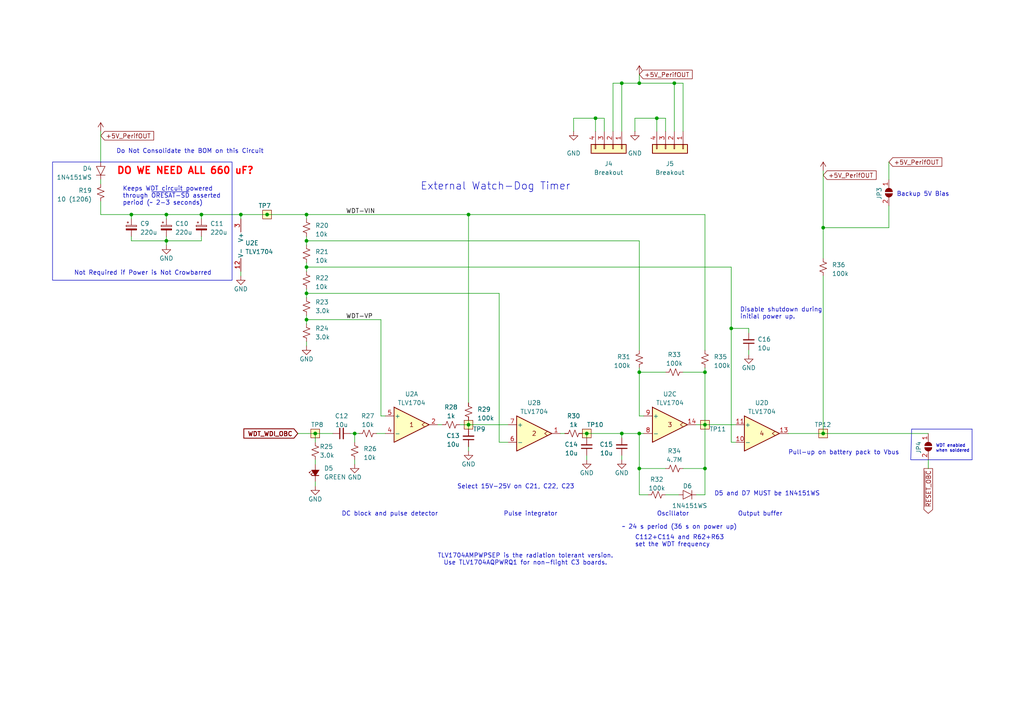
<source format=kicad_sch>
(kicad_sch (version 20231120) (generator "eeschema") (generator_version "8.0")
  (paper "A4")
  (lib_symbols
    (symbol "Connector_Generic:Conn_01x04" (pin_names (offset 1.016) hide)
      (property "Reference" "J" (at 0 5.08 0))
      (property "Value" "Conn_01x04" (at 0 -7.62 0))
      (symbol "Conn_01x04_1_1"
        (pin passive line (at -5.08 2.54 0) (length 3.81) (name "Pin_1") (number "1"))
        (pin passive line (at -5.08 0 0) (length 3.81) (name "Pin_2") (number "2"))
        (pin passive line (at -5.08 -2.54 0) (length 3.81) (name "Pin_3") (number "3"))
        (pin passive line (at -5.08 -5.08 0) (length 3.81) (name "Pin_4") (number "4"))
      )
    )
    (symbol "Device:C_Polarized_Small" (pin_numbers hide) (pin_names (offset 0.254) hide)
      (property "Reference" "C" (at 0.254 1.778 0))
      (property "Value" "C_Polarized_Small" (at 0.254 -2.032 0))
      (symbol "C_Polarized_Small_1_1"
        (pin passive line (at 0 2.54 270) (length 1.8542) (name "~") (number "1"))
        (pin passive line (at 0 -2.54 90) (length 1.8542) (name "~") (number "2"))
      )
    )
    (symbol "Device:C_Small" (pin_numbers hide) (pin_names (offset 0.254) hide)
      (property "Reference" "C" (at 0.254 1.778 0))
      (property "Value" "C_Small" (at 0.254 -2.032 0))
      (symbol "C_Small_1_1"
        (pin passive line (at 0 2.54 270) (length 2.032) (name "~") (number "1"))
        (pin passive line (at 0 -2.54 90) (length 2.032) (name "~") (number "2"))
      )
    )
    (symbol "Device:LED_Small_Filled" (pin_numbers hide) (pin_names (offset 0.254) hide)
      (property "Reference" "D" (at -1.27 3.175 0))
      (property "Value" "LED_Small_Filled" (at -4.445 -2.54 0))
      (symbol "LED_Small_Filled_1_1"
        (pin passive line (at -2.54 0 0) (length 1.778) (name "K") (number "1"))
        (pin passive line (at 2.54 0 180) (length 1.778) (name "A") (number "2"))
      )
    )
    (symbol "Device:R_Small_US" (pin_numbers hide) (pin_names (offset 0.254) hide)
      (property "Reference" "R" (at 0.762 0.508 0))
      (property "Value" "R_Small_US" (at 0.762 -1.016 0))
      (symbol "R_Small_US_1_1"
        (pin passive line (at 0 2.54 270) (length 1.016) (name "~") (number "1"))
        (pin passive line (at 0 -2.54 90) (length 1.016) (name "~") (number "2"))
      )
    )
    (symbol "GND_1" (power) (pin_numbers hide) (pin_names (offset 0) hide)
      (property "Value" "GND" (at 0 -3.81 0))
      (symbol "GND_1_1_1"
        (pin power_in line (at 0 0 270) (length 0) (name "~") (number "1"))
      )
    )
    (symbol "Jumper:SolderJumper_2_Open" (pin_names (offset 0) hide)
      (property "Reference" "JP" (at 0 2.032 0))
      (property "Value" "SolderJumper_2_Open" (at 0 -2.54 0))
      (symbol "SolderJumper_2_Open_1_1"
        (pin passive line (at -3.81 0 0) (length 2.54) (name "A") (number "1"))
        (pin passive line (at 3.81 0 180) (length 2.54) (name "B") (number "2"))
      )
    )
    (symbol "TLV1704AIPWR_1" (pin_names (offset 0.127))
      (property "Reference" "U" (at 0 5.08 0))
      (property "Value" "TLV1704AIPWR" (at 0 -5.08 0))
      (symbol "TLV1704AIPWR_1_1_1"
        (text "1" (at 0 0 0) (effects (font (size 1.27 1.27))))
        (pin open_collector line (at 7.62 0 180) (length 2.54) (name "~") (number "2"))
        (pin input line (at -7.62 -2.54 0) (length 2.54) (name "-") (number "4"))
        (pin input line (at -7.62 2.54 0) (length 2.54) (name "+") (number "5"))
      )
      (symbol "TLV1704AIPWR_1_2_1"
        (text "2" (at 0 0 0) (effects (font (size 1.27 1.27))))
        (pin open_collector line (at 7.62 0 180) (length 2.54) (name "~") (number "1"))
        (pin input line (at -7.62 -2.54 0) (length 2.54) (name "-") (number "6"))
        (pin input line (at -7.62 2.54 0) (length 2.54) (name "+") (number "7"))
      )
      (symbol "TLV1704AIPWR_1_3_1"
        (text "3" (at 0 0 0) (effects (font (size 1.27 1.27))))
        (pin open_collector line (at 7.62 0 180) (length 2.54) (name "~") (number "14"))
        (pin input line (at -7.62 -2.54 0) (length 2.54) (name "-") (number "8"))
        (pin input line (at -7.62 2.54 0) (length 2.54) (name "+") (number "9"))
      )
      (symbol "TLV1704AIPWR_1_4_1"
        (text "4" (at 0 0 0) (effects (font (size 1.27 1.27))))
        (pin input line (at -7.62 -2.54 0) (length 2.54) (name "-") (number "10"))
        (pin input line (at -7.62 2.54 0) (length 2.54) (name "+") (number "11"))
        (pin open_collector line (at 7.62 0 180) (length 2.54) (name "~") (number "13"))
      )
      (symbol "TLV1704AIPWR_1_5_1"
        (pin power_in line (at -2.54 -7.62 90) (length 3.81) (name "V-") (number "12"))
        (pin power_in line (at -2.54 7.62 270) (length 3.81) (name "V+") (number "3"))
      )
    )
    (symbol "TLV1704AIPWR_2" (pin_names (offset 0.127))
      (property "Reference" "U" (at 0 5.08 0))
      (property "Value" "TLV1704AIPWR" (at 0 -5.08 0))
      (symbol "TLV1704AIPWR_2_1_1"
        (text "1" (at 0 0 0) (effects (font (size 1.27 1.27))))
        (pin open_collector line (at 7.62 0 180) (length 2.54) (name "~") (number "2"))
        (pin input line (at -7.62 -2.54 0) (length 2.54) (name "-") (number "4"))
        (pin input line (at -7.62 2.54 0) (length 2.54) (name "+") (number "5"))
      )
      (symbol "TLV1704AIPWR_2_2_1"
        (text "2" (at 0 0 0) (effects (font (size 1.27 1.27))))
        (pin open_collector line (at 7.62 0 180) (length 2.54) (name "~") (number "1"))
        (pin input line (at -7.62 -2.54 0) (length 2.54) (name "-") (number "6"))
        (pin input line (at -7.62 2.54 0) (length 2.54) (name "+") (number "7"))
      )
      (symbol "TLV1704AIPWR_2_3_1"
        (text "3" (at 0 0 0) (effects (font (size 1.27 1.27))))
        (pin open_collector line (at 7.62 0 180) (length 2.54) (name "~") (number "14"))
        (pin input line (at -7.62 -2.54 0) (length 2.54) (name "-") (number "8"))
        (pin input line (at -7.62 2.54 0) (length 2.54) (name "+") (number "9"))
      )
      (symbol "TLV1704AIPWR_2_4_1"
        (text "4" (at 0 0 0) (effects (font (size 1.27 1.27))))
        (pin input line (at -7.62 -2.54 0) (length 2.54) (name "-") (number "10"))
        (pin input line (at -7.62 2.54 0) (length 2.54) (name "+") (number "11"))
        (pin open_collector line (at 7.62 0 180) (length 2.54) (name "~") (number "13"))
      )
      (symbol "TLV1704AIPWR_2_5_1"
        (pin power_in line (at -2.54 -7.62 90) (length 3.81) (name "V-") (number "12"))
        (pin power_in line (at -2.54 7.62 270) (length 3.81) (name "V+") (number "3"))
      )
    )
    (symbol "TLV1704AIPWR_3" (pin_names (offset 0.127))
      (property "Reference" "U" (at 0 5.08 0))
      (property "Value" "TLV1704AIPWR" (at 0 -5.08 0))
      (symbol "TLV1704AIPWR_3_1_1"
        (text "1" (at 0 0 0) (effects (font (size 1.27 1.27))))
        (pin open_collector line (at 7.62 0 180) (length 2.54) (name "~") (number "2"))
        (pin input line (at -7.62 -2.54 0) (length 2.54) (name "-") (number "4"))
        (pin input line (at -7.62 2.54 0) (length 2.54) (name "+") (number "5"))
      )
      (symbol "TLV1704AIPWR_3_2_1"
        (text "2" (at 0 0 0) (effects (font (size 1.27 1.27))))
        (pin open_collector line (at 7.62 0 180) (length 2.54) (name "~") (number "1"))
        (pin input line (at -7.62 -2.54 0) (length 2.54) (name "-") (number "6"))
        (pin input line (at -7.62 2.54 0) (length 2.54) (name "+") (number "7"))
      )
      (symbol "TLV1704AIPWR_3_3_1"
        (text "3" (at 0 0 0) (effects (font (size 1.27 1.27))))
        (pin open_collector line (at 7.62 0 180) (length 2.54) (name "~") (number "14"))
        (pin input line (at -7.62 -2.54 0) (length 2.54) (name "-") (number "8"))
        (pin input line (at -7.62 2.54 0) (length 2.54) (name "+") (number "9"))
      )
      (symbol "TLV1704AIPWR_3_4_1"
        (text "4" (at 0 0 0) (effects (font (size 1.27 1.27))))
        (pin input line (at -7.62 -2.54 0) (length 2.54) (name "-") (number "10"))
        (pin input line (at -7.62 2.54 0) (length 2.54) (name "+") (number "11"))
        (pin open_collector line (at 7.62 0 180) (length 2.54) (name "~") (number "13"))
      )
      (symbol "TLV1704AIPWR_3_5_1"
        (pin power_in line (at -2.54 -7.62 90) (length 3.81) (name "V-") (number "12"))
        (pin power_in line (at -2.54 7.62 270) (length 3.81) (name "V+") (number "3"))
      )
    )
    (symbol "TLV1704AIPWR_4" (pin_names (offset 0.127))
      (property "Reference" "U" (at 0 5.08 0))
      (property "Value" "TLV1704AIPWR" (at 0 -5.08 0))
      (symbol "TLV1704AIPWR_4_1_1"
        (text "1" (at 0 0 0) (effects (font (size 1.27 1.27))))
        (pin open_collector line (at 7.62 0 180) (length 2.54) (name "~") (number "2"))
        (pin input line (at -7.62 -2.54 0) (length 2.54) (name "-") (number "4"))
        (pin input line (at -7.62 2.54 0) (length 2.54) (name "+") (number "5"))
      )
      (symbol "TLV1704AIPWR_4_2_1"
        (text "2" (at 0 0 0) (effects (font (size 1.27 1.27))))
        (pin open_collector line (at 7.62 0 180) (length 2.54) (name "~") (number "1"))
        (pin input line (at -7.62 -2.54 0) (length 2.54) (name "-") (number "6"))
        (pin input line (at -7.62 2.54 0) (length 2.54) (name "+") (number "7"))
      )
      (symbol "TLV1704AIPWR_4_3_1"
        (text "3" (at 0 0 0) (effects (font (size 1.27 1.27))))
        (pin open_collector line (at 7.62 0 180) (length 2.54) (name "~") (number "14"))
        (pin input line (at -7.62 -2.54 0) (length 2.54) (name "-") (number "8"))
        (pin input line (at -7.62 2.54 0) (length 2.54) (name "+") (number "9"))
      )
      (symbol "TLV1704AIPWR_4_4_1"
        (text "4" (at 0 0 0) (effects (font (size 1.27 1.27))))
        (pin input line (at -7.62 -2.54 0) (length 2.54) (name "-") (number "10"))
        (pin input line (at -7.62 2.54 0) (length 2.54) (name "+") (number "11"))
        (pin open_collector line (at 7.62 0 180) (length 2.54) (name "~") (number "13"))
      )
      (symbol "TLV1704AIPWR_4_5_1"
        (pin power_in line (at -2.54 -7.62 90) (length 3.81) (name "V-") (number "12"))
        (pin power_in line (at -2.54 7.62 270) (length 3.81) (name "V+") (number "3"))
      )
    )
    (symbol "oresat-diodes:1N4151WS-HE3" (pin_numbers hide) (pin_names (offset 0) hide)
      (property "Reference" "D" (at 0 2.54 0))
      (property "Value" "1N4151WS" (at 0 -2.54 0))
      (symbol "1N4151WS-HE3_1_1"
        (pin passive line (at 2.54 0 180) (length 1.27) (name "1") (number "1"))
        (pin passive line (at -2.54 0 0) (length 1.27) (name "2") (number "2"))
      )
    )
    (symbol "oresat-ics:TLV1704AIPWR" (pin_names (offset 0.127))
      (property "Reference" "U" (at 0 5.08 0))
      (property "Value" "TLV1704AIPWR" (at 0 -5.08 0))
      (symbol "TLV1704AIPWR_1_1"
        (text "1" (at 0 0 0) (effects (font (size 1.27 1.27))))
        (pin open_collector line (at 7.62 0 180) (length 2.54) (name "~") (number "2"))
        (pin input line (at -7.62 -2.54 0) (length 2.54) (name "-") (number "4"))
        (pin input line (at -7.62 2.54 0) (length 2.54) (name "+") (number "5"))
      )
      (symbol "TLV1704AIPWR_2_1"
        (text "2" (at 0 0 0) (effects (font (size 1.27 1.27))))
        (pin open_collector line (at 7.62 0 180) (length 2.54) (name "~") (number "1"))
        (pin input line (at -7.62 -2.54 0) (length 2.54) (name "-") (number "6"))
        (pin input line (at -7.62 2.54 0) (length 2.54) (name "+") (number "7"))
      )
      (symbol "TLV1704AIPWR_3_1"
        (text "3" (at 0 0 0) (effects (font (size 1.27 1.27))))
        (pin open_collector line (at 7.62 0 180) (length 2.54) (name "~") (number "14"))
        (pin input line (at -7.62 -2.54 0) (length 2.54) (name "-") (number "8"))
        (pin input line (at -7.62 2.54 0) (length 2.54) (name "+") (number "9"))
      )
      (symbol "TLV1704AIPWR_4_1"
        (text "4" (at 0 0 0) (effects (font (size 1.27 1.27))))
        (pin input line (at -7.62 -2.54 0) (length 2.54) (name "-") (number "10"))
        (pin input line (at -7.62 2.54 0) (length 2.54) (name "+") (number "11"))
        (pin open_collector line (at 7.62 0 180) (length 2.54) (name "~") (number "13"))
      )
      (symbol "TLV1704AIPWR_5_1"
        (pin power_in line (at -2.54 -7.62 90) (length 3.81) (name "V-") (number "12"))
        (pin power_in line (at -2.54 7.62 270) (length 3.81) (name "V+") (number "3"))
      )
    )
    (symbol "oresat-misc:Test-Point-0.75mm-th" (exclude_from_sim yes) (in_bom no)
      (property "Reference" "TP" (at 0 2.54 0))
      (symbol "Test-Point-0.75mm-th_1_0"
        (pin passive line (at 0 0 0) (length 0) (name "1") (number "1"))
      )
    )
    (symbol "power:GND" (power) (pin_names (offset 0))
      (property "Value" "GND" (at 0 -3.81 0))
      (symbol "GND_1_1"
        (pin power_in line (at 0 0 270) (length 0) hide (name "GND") (number "1"))
      )
    )
    (symbol "power:VBUS" (power) (pin_numbers hide) (pin_names (offset 0) hide)
      (property "Value" "VBUS" (at 0 3.556 0))
      (symbol "VBUS_1_1"
        (pin power_in line (at 0 0 90) (length 0) (name "~") (number "1"))
      )
    )
  )
  (junction (at 185.42 125.73))
  (junction (at 195.58 24.13))
  (junction (at 180.34 125.73))
  (junction (at 185.42 107.95))
  (junction (at 204.47 123.19))
  (junction (at 212.09 95.25))
  (junction (at 238.76 66.04))
  (junction (at 88.9 62.23))
  (junction (at 204.47 107.95))
  (junction (at 185.42 24.13))
  (junction (at 190.5 34.29))
  (junction (at 135.89 62.23))
  (junction (at 91.44 125.73))
  (junction (at 77.47 62.23))
  (junction (at 204.47 135.89))
  (junction (at 58.42 62.23))
  (junction (at 88.9 85.09))
  (junction (at 102.87 125.73))
  (junction (at 88.9 92.71))
  (junction (at 170.18 125.73))
  (junction (at 69.85 62.23))
  (junction (at 38.1 62.23))
  (junction (at 185.42 135.89))
  (junction (at 172.72 34.29))
  (junction (at 48.26 62.23))
  (junction (at 135.89 123.19))
  (junction (at 238.76 125.73))
  (junction (at 48.26 69.85))
  (junction (at 88.9 77.47))
  (junction (at 180.34 24.13))
  (junction (at 88.9 69.85))
  (wire (pts (xy 29.21 58.42) (xy 29.21 62.23)))
  (wire (pts (xy 198.12 38.1) (xy 198.12 24.13)))
  (wire (pts (xy 172.72 38.1) (xy 172.72 34.29)))
  (wire (pts (xy 204.47 101.6) (xy 204.47 62.23)))
  (wire (pts (xy 133.35 123.19) (xy 135.89 123.19)))
  (wire (pts (xy 198.12 135.89) (xy 204.47 135.89)))
  (wire (pts (xy 180.34 24.13) (xy 180.34 38.1)))
  (wire (pts (xy 88.9 92.71) (xy 88.9 93.98)))
  (wire (pts (xy 217.17 96.52) (xy 217.17 95.25)))
  (wire (pts (xy 88.9 77.47) (xy 212.09 77.47)))
  (wire (pts (xy 257.81 59.69) (xy 257.81 66.04)))
  (wire (pts (xy 88.9 92.71) (xy 110.49 92.71)))
  (wire (pts (xy 48.26 68.58) (xy 48.26 69.85)))
  (wire (pts (xy 212.09 95.25) (xy 212.09 128.27)))
  (wire (pts (xy 69.85 80.01) (xy 69.85 78.74)))
  (wire (pts (xy 86.36 125.73) (xy 91.44 125.73)))
  (wire (pts (xy 144.78 128.27) (xy 147.32 128.27)))
  (wire (pts (xy 238.76 66.04) (xy 238.76 74.93)))
  (wire (pts (xy 58.42 62.23) (xy 69.85 62.23)))
  (wire (pts (xy 88.9 68.58) (xy 88.9 69.85)))
  (wire (pts (xy 88.9 83.82) (xy 88.9 85.09)))
  (wire (pts (xy 217.17 102.87) (xy 217.17 101.6)))
  (wire (pts (xy 48.26 69.85) (xy 38.1 69.85)))
  (wire (pts (xy 185.42 101.6) (xy 185.42 69.85)))
  (wire (pts (xy 88.9 77.47) (xy 88.9 78.74)))
  (wire (pts (xy 193.04 135.89) (xy 185.42 135.89)))
  (wire (pts (xy 91.44 140.97) (xy 91.44 139.7)))
  (wire (pts (xy 127 123.19) (xy 128.27 123.19)))
  (wire (pts (xy 198.12 24.13) (xy 195.58 24.13)))
  (polyline (pts (xy 264.16 133.35) (xy 264.414 124.46)))
  (wire (pts (xy 29.21 52.07) (xy 29.21 53.34)))
  (wire (pts (xy 185.42 106.68) (xy 185.42 107.95)))
  (wire (pts (xy 29.21 62.23) (xy 38.1 62.23)))
  (wire (pts (xy 135.89 123.19) (xy 135.89 121.92)))
  (wire (pts (xy 177.8 38.1) (xy 177.8 24.13)))
  (wire (pts (xy 190.5 34.29) (xy 184.15 34.29)))
  (wire (pts (xy 185.42 107.95) (xy 193.04 107.95)))
  (wire (pts (xy 190.5 38.1) (xy 190.5 34.29)))
  (wire (pts (xy 38.1 68.58) (xy 38.1 69.85)))
  (wire (pts (xy 204.47 107.95) (xy 204.47 123.19)))
  (wire (pts (xy 212.09 77.47) (xy 212.09 95.25)))
  (wire (pts (xy 175.26 34.29) (xy 175.26 38.1)))
  (wire (pts (xy 238.76 49.53) (xy 238.76 66.04)))
  (wire (pts (xy 204.47 143.51) (xy 204.47 135.89)))
  (wire (pts (xy 77.47 62.23) (xy 88.9 62.23)))
  (wire (pts (xy 135.89 62.23) (xy 88.9 62.23)))
  (wire (pts (xy 48.26 62.23) (xy 48.26 63.5)))
  (wire (pts (xy 257.81 66.04) (xy 238.76 66.04)))
  (wire (pts (xy 162.56 125.73) (xy 163.83 125.73)))
  (polyline (pts (xy 264.414 124.46) (xy 281.94 124.46)))
  (wire (pts (xy 58.42 63.5) (xy 58.42 62.23)))
  (wire (pts (xy 88.9 99.06) (xy 88.9 100.33)))
  (wire (pts (xy 172.72 34.29) (xy 175.26 34.29)))
  (wire (pts (xy 135.89 130.81) (xy 135.89 129.54)))
  (wire (pts (xy 195.58 38.1) (xy 195.58 24.13)))
  (wire (pts (xy 212.09 95.25) (xy 217.17 95.25)))
  (wire (pts (xy 168.91 125.73) (xy 170.18 125.73)))
  (wire (pts (xy 48.26 69.85) (xy 58.42 69.85)))
  (wire (pts (xy 109.22 125.73) (xy 111.76 125.73)))
  (wire (pts (xy 69.85 63.5) (xy 69.85 62.23)))
  (wire (pts (xy 180.34 24.13) (xy 185.42 24.13)))
  (wire (pts (xy 48.26 62.23) (xy 58.42 62.23)))
  (wire (pts (xy 88.9 85.09) (xy 144.78 85.09)))
  (wire (pts (xy 166.37 34.29) (xy 166.37 38.1)))
  (wire (pts (xy 204.47 106.68) (xy 204.47 107.95)))
  (wire (pts (xy 185.42 125.73) (xy 186.69 125.73)))
  (wire (pts (xy 185.42 120.65) (xy 185.42 107.95)))
  (wire (pts (xy 180.34 125.73) (xy 185.42 125.73)))
  (wire (pts (xy 193.04 34.29) (xy 193.04 38.1)))
  (wire (pts (xy 102.87 125.73) (xy 104.14 125.73)))
  (wire (pts (xy 180.34 133.35) (xy 180.34 132.08)))
  (wire (pts (xy 186.69 120.65) (xy 185.42 120.65)))
  (wire (pts (xy 135.89 123.19) (xy 147.32 123.19)))
  (wire (pts (xy 101.6 125.73) (xy 102.87 125.73)))
  (wire (pts (xy 195.58 24.13) (xy 185.42 24.13)))
  (wire (pts (xy 257.81 46.99) (xy 257.81 52.07)))
  (wire (pts (xy 170.18 125.73) (xy 170.18 127)))
  (wire (pts (xy 110.49 92.71) (xy 110.49 120.65)))
  (wire (pts (xy 172.72 34.29) (xy 166.37 34.29)))
  (wire (pts (xy 69.85 62.23) (xy 77.47 62.23)))
  (wire (pts (xy 198.12 107.95) (xy 204.47 107.95)))
  (wire (pts (xy 102.87 125.73) (xy 102.87 128.27)))
  (wire (pts (xy 170.18 125.73) (xy 180.34 125.73)))
  (wire (pts (xy 184.15 34.29) (xy 184.15 38.1)))
  (wire (pts (xy 135.89 62.23) (xy 135.89 116.84)))
  (wire (pts (xy 180.34 127) (xy 180.34 125.73)))
  (wire (pts (xy 91.44 133.35) (xy 91.44 134.62)))
  (wire (pts (xy 185.42 135.89) (xy 185.42 125.73)))
  (wire (pts (xy 228.6 125.73) (xy 238.76 125.73)))
  (wire (pts (xy 88.9 69.85) (xy 185.42 69.85)))
  (wire (pts (xy 48.26 69.85) (xy 48.26 71.12)))
  (wire (pts (xy 201.93 123.19) (xy 204.47 123.19)))
  (wire (pts (xy 91.44 125.73) (xy 96.52 125.73)))
  (wire (pts (xy 185.42 143.51) (xy 185.42 135.89)))
  (wire (pts (xy 204.47 135.89) (xy 204.47 123.19)))
  (wire (pts (xy 269.24 133.35) (xy 269.24 135.89)))
  (wire (pts (xy 88.9 76.2) (xy 88.9 77.47)))
  (wire (pts (xy 38.1 62.23) (xy 38.1 63.5)))
  (wire (pts (xy 29.21 38.1) (xy 29.21 46.99)))
  (wire (pts (xy 91.44 128.27) (xy 91.44 125.73)))
  (wire (pts (xy 38.1 62.23) (xy 48.26 62.23)))
  (wire (pts (xy 58.42 68.58) (xy 58.42 69.85)))
  (wire (pts (xy 135.89 62.23) (xy 204.47 62.23)))
  (wire (pts (xy 88.9 91.44) (xy 88.9 92.71)))
  (wire (pts (xy 238.76 80.01) (xy 238.76 125.73)))
  (wire (pts (xy 135.89 123.19) (xy 135.89 124.46)))
  (wire (pts (xy 238.76 125.73) (xy 269.24 125.73)))
  (wire (pts (xy 177.8 24.13) (xy 180.34 24.13)))
  (wire (pts (xy 204.47 123.19) (xy 213.36 123.19)))
  (wire (pts (xy 88.9 63.5) (xy 88.9 62.23)))
  (wire (pts (xy 102.87 133.35) (xy 102.87 134.62)))
  (wire (pts (xy 212.09 128.27) (xy 213.36 128.27)))
  (wire (pts (xy 193.04 143.51) (xy 196.85 143.51)))
  (polyline (pts (xy 281.94 124.46) (xy 281.94 133.35)))
  (wire (pts (xy 88.9 85.09) (xy 88.9 86.36)))
  (wire (pts (xy 190.5 34.29) (xy 193.04 34.29)))
  (wire (pts (xy 144.78 85.09) (xy 144.78 128.27)))
  (wire (pts (xy 110.49 120.65) (xy 111.76 120.65)))
  (wire (pts (xy 185.42 24.13) (xy 185.42 21.59)))
  (wire (pts (xy 201.93 143.51) (xy 204.47 143.51)))
  (polyline (pts (xy 281.94 133.35) (xy 264.16 133.35)))
  (wire (pts (xy 185.42 143.51) (xy 187.96 143.51)))
  (wire (pts (xy 88.9 69.85) (xy 88.9 71.12)))
  (wire (pts (xy 170.18 133.35) (xy 170.18 132.08)))
  (rectangle (start 15.24 46.99) (end 67.31 81.28))
  (text "Select 15V-25V on C21, C22, C23" (at 149.606 141.224 0) (effects (font (size 1.27 1.27))))
  (text "TLV1704AMPWPSEP is the radiation tolerant version.\nUse TLV1704AQPWRQ1 for non-flight C3 boards." (at 152.4 162.306 0) (effects (font (size 1.27 1.27))))
  (text "DO WE NEED ALL 660 uF?" (at 33.782 50.8 0) (effects (font (size 2 2) (thickness 0.4) (bold yes)) (justify left bottom)))
  (text "~ 24 s period (36 s on power up)" (at 180.34 153.67 0) (effects (font (size 1.27 1.27)) (justify left bottom)))
  (text "Pulse integrator" (at 146.05 149.86 0) (effects (font (size 1.27 1.27)) (justify left bottom)))
  (text "Not Required if Power is Not Crowbarred " (at 41.91 79.248 0) (effects (font (size 1.27 1.27))))
  (text "Do Not Consolidate the BOM on this Circuit" (at 55.118 43.942 0) (effects (font (size 1.27 1.27))))
  (text "External Watch-Dog Timer" (at 121.92 55.372 0) (effects (font (size 2.159 2.159)) (justify left bottom)))
  (text "D5 and D7 MUST be 1N4151WS" (at 222.504 143.256 0) (effects (font (size 1.27 1.27))))
  (text "Oscillator" (at 190.5 149.86 0) (effects (font (size 1.27 1.27)) (justify left bottom)))
  (text "C112+C114 and R62+R63 \nset the WDT frequency" (at 184.15 158.75 0) (effects (font (size 1.27 1.27)) (justify left bottom)))
  (text "Pull-up on battery pack to Vbus" (at 228.6 132.08 0) (effects (font (size 1.27 1.27)) (justify left bottom)))
  (text "Keeps WDT circuit powered\nthrough ~{ORESAT-SD} asserted\nperiod (~ 2-3 seconds)" (at 35.56 59.69 0) (effects (font (size 1.27 1.27)) (justify left bottom)))
  (text "Backup 5V Bias" (at 267.716 56.388 0) (effects (font (size 1.27 1.27))))
  (text "Output buffer" (at 213.995 149.86 0) (effects (font (size 1.27 1.27)) (justify left bottom)))
  (text "Disable shutdown during\ninitial power up." (at 214.63 92.71 0) (effects (font (size 1.27 1.27)) (justify left bottom)))
  (text "DC block and pulse detector" (at 99.06 149.86 0) (effects (font (size 1.27 1.27)) (justify left bottom)))
  (text "WDT enabled\nwhen soldered" (at 271.399 131.318 0) (effects (font (size 0.889 0.889)) (justify left bottom)))
  (label "WDT-VIN" (at 100.33 62.23 0))
  (label "WDT-VP" (at 100.33 92.71 0))
  (global_label "+5V_PerifOUT" (shape input) (at 185.42 21.59 0) (property "Intersheetrefs" "${INTERSHEET_REFS}" (effects (hide yes))))
  (global_label "~{RESET_OBC}" (shape output) (at 269.24 135.89 270) (property "Intersheetrefs" "${INTERSHEET_REFS}" (effects (hide yes))))
  (global_label "+5V_PerifOUT" (shape input) (at 29.21 39.37 0) (property "Intersheetrefs" "${INTERSHEET_REFS}" (effects (hide yes))))
  (global_label "WDT_WDI_OBC" (shape input) (at 86.36 125.73 180) (effects (font (thickness 0.254) (bold yes))) (property "Intersheetrefs" "${INTERSHEET_REFS}" (effects (hide yes))))
  (global_label "+5V_PerifOUT" (shape input) (at 257.81 46.99 0) (property "Intersheetrefs" "${INTERSHEET_REFS}" (effects (hide yes))))
  (global_label "+5V_PerifOUT" (shape input) (at 238.76 50.8 0) (property "Intersheetrefs" "${INTERSHEET_REFS}" (effects (hide yes))))
  (symbol (lib_id "Device:R_Small_US") (at 106.68 125.73 90) (unit 1)
    (property "Reference" "R27" (at 106.68 120.65 90))
    (property "Value" "10k" (at 106.68 123.19 90))
    (property "Footprint" "Resistor_SMD:R_0603_1608Metric" (effects (hide yes)))
    (property "Description" "10 kOhms ±1% 0.1W, 1/10W Chip Resistor 0603 (1608 Metric) Automotive AEC-Q200 Thick Film" (effects (hide yes)))
    (property "DPN" "RMCF0603FT10K0CT-ND" (effects (hide yes)))
    (property "DST" "Digi-Key" (effects (hide yes)))
    (property "MFR" "Stackpole Electronics Inc" (effects (hide yes)))
    (property "MPN" "RMCF0603FT10K0" (effects (hide yes)))
  )
  (symbol (lib_id "power:GND") (at 102.87 134.62 0) (unit 1)
    (property "Reference" "#PWR020" (effects (hide yes)))
    (property "Value" "GND" (at 102.87 138.43 0))
    (property "Description" "Power symbol creates a global label with name \"GND\" , ground" (effects (hide yes)))
  )
  (symbol (lib_id "power:GND") (at 69.85 80.01 0) (mirror y) (unit 1)
    (property "Reference" "#PWR017" (effects (hide yes)))
    (property "Value" "GND" (at 69.85 83.82 0))
    (property "Description" "Power symbol creates a global label with name \"GND\" , ground" (effects (hide yes)))
  )
  (symbol (lib_id "power:GND") (at 135.89 130.81 0) (unit 1)
    (property "Reference" "#PWR021" (effects (hide yes)))
    (property "Value" "GND" (at 135.89 134.62 0))
    (property "Description" "Power symbol creates a global label with name \"GND\" , ground" (effects (hide yes)))
  )
  (symbol (lib_id "power:GND") (at 91.44 140.97 0) (unit 1)
    (property "Reference" "#PWR019" (effects (hide yes)))
    (property "Value" "GND" (at 91.44 144.78 0))
    (property "Description" "Power symbol creates a global label with name \"GND\" , ground" (effects (hide yes)))
  )
  (symbol (lib_id "oresat-misc:Test-Point-0.75mm-th") (at 170.18 125.73 0) (unit 1) (exclude_from_sim yes) (in_bom no)
    (property "Reference" "TP10" (at 170.18 123.19 0) (effects (justify left)))
    (property "Value" "TestPoint-MinTH" (effects (hide yes)))
    (property "Footprint" "oresat-misc:TestPoint-0.75mm-th" (effects (hide yes)))
    (property "Description" "0.75 mm TH test point; good for scope probes and jumpers" (effects (hide yes)))
  )
  (symbol (lib_name "TLV1704AIPWR_3") (lib_id "oresat-ics:TLV1704AIPWR") (at 220.98 125.73 0) (unit 4)
    (property "Reference" "U2" (at 220.98 116.84 0))
    (property "Value" "TLV1704" (at 220.98 119.38 0))
    (property "Footprint" "Package_SO:TSSOP-14_4.4x5mm_P0.65mm" (effects (hide yes)))
    (property "Datasheet" "https://www.ti.com/lit/ds/symlink/tlv1704-sep.pdf" (effects (hide yes)))
    (property "Description" "Analog Comparators 2.2-V to 36-V, radiation tolerant microPower quad comparator in space enhanced plastic 14-TSSOP -55 to 125" (effects (hide yes)))
    (property "MFR" "Texas Instruments" (effects (hide yes)))
    (property "MPN" "TLV1704AQPWRQ1" (effects (hide yes)))
    (property "DST" "Digi-Key" (effects (hide yes)))
    (property "DPN" "296-43799-2-ND" (effects (hide yes)))
  )
  (symbol (lib_name "TLV1704AIPWR_1") (lib_id "oresat-ics:TLV1704AIPWR") (at 119.38 123.19 0) (unit 1)
    (property "Reference" "U2" (at 119.38 114.3 0))
    (property "Value" "TLV1704" (at 119.38 116.84 0))
    (property "Footprint" "Package_SO:TSSOP-14_4.4x5mm_P0.65mm" (effects (hide yes)))
    (property "Datasheet" "https://www.ti.com/lit/ds/symlink/tlv1704-sep.pdf" (effects (hide yes)))
    (property "Description" "Analog Comparators 2.2-V to 36-V, radiation tolerant microPower quad comparator in space enhanced plastic 14-TSSOP -55 to 125" (effects (hide yes)))
    (property "MFR" "Texas Instruments" (effects (hide yes)))
    (property "MPN" "TLV1704AQPWRQ1" (effects (hide yes)))
    (property "DST" "Digi-Key" (effects (hide yes)))
    (property "DPN" "296-43799-2-ND" (effects (hide yes)))
  )
  (symbol (lib_name "GND_1") (lib_id "power:GND") (at 184.15 38.1 0) (unit 1)
    (property "Reference" "#PWR025" (effects (hide yes)))
    (property "Value" "GND" (at 184.15 44.45 0))
    (property "Description" "Power symbol creates a global label with name \"GND\" , ground" (effects (hide yes)))
  )
  (symbol (lib_id "power:VBUS") (at 29.21 38.1 0) (unit 1)
    (property "Reference" "#PWR015" (effects (hide yes)))
    (property "Value" "+5v_ROUT2" (effects (hide yes)))
    (property "Description" "Power symbol creates a global label with name \"VBUS\"" (effects (hide yes)))
  )
  (symbol (lib_id "Device:C_Small") (at 99.06 125.73 90) (unit 1)
    (property "Reference" "C12" (at 99.0663 120.65 90))
    (property "Value" "10u" (at 99.0663 123.19 90))
    (property "Footprint" "Capacitor_SMD:C_0603_1608Metric" (effects (hide yes)))
    (property "Description" "10 µF ±10% 16V Ceramic Capacitor X5R 0603 (1608 Metric)" (effects (hide yes)))
    (property "DPN" "490-12317-1-ND" (effects (hide yes)))
    (property "DST" "Digi-Key" (effects (hide yes)))
    (property "MFR" "Murata" (effects (hide yes)))
    (property "MPN" "GRT188R61C106KE13D" (effects (hide yes)))
  )
  (symbol (lib_id "power:GND") (at 88.9 100.33 0) (unit 1)
    (property "Reference" "#PWR018" (effects (hide yes)))
    (property "Value" "GND" (at 88.9 104.14 0))
    (property "Description" "Power symbol creates a global label with name \"GND\" , ground" (effects (hide yes)))
  )
  (symbol (lib_id "Device:C_Polarized_Small") (at 48.26 66.04 0) (unit 1)
    (property "Reference" "C10" (at 50.8 64.8589 0) (effects (justify left)))
    (property "Value" "220u" (at 50.8 67.3989 0) (effects (justify left)))
    (property "Footprint" "Capacitor_Tantalum_SMD:CP_EIA-7361-38_AVX-V" (effects (hide yes)))
    (property "Description" "220µF Molded Tantalum Capacitors 16V 2917 (7343 Metric) 100mOhm @ 100kHz" (effects (hide yes)))
    (property "DPN" "478-12518-2-ND" (effects (hide yes)))
    (property "DST" "Digi-Key" (effects (hide yes)))
    (property "MFR" "Kyocera AVX" (effects (hide yes)))
    (property "MPN" "TCN4227M025R0100" (effects (hide yes)))
  )
  (symbol (lib_id "Device:R_Small_US") (at 185.42 104.14 0) (mirror x) (unit 1)
    (property "Reference" "R31" (at 182.88 103.505 0) (effects (justify right)))
    (property "Value" "100k" (at 182.88 106.045 0) (effects (justify right)))
    (property "Footprint" "Resistor_SMD:R_0603_1608Metric" (effects (hide yes)))
    (property "Description" "100 kOhms ±5% 0.1W, 1/10W Chip Resistor 0603 (1608 Metric) Automotive AEC-Q200 Thick Film" (effects (hide yes)))
    (property "DPN" "RMCF0603FT100KCT-ND" (effects (hide yes)))
    (property "DST" "Digi-Key" (effects (hide yes)))
    (property "MFR" "Stackpole Electronics Inc" (effects (hide yes)))
    (property "MPN" "RMCF0603FT100K" (effects (hide yes)))
  )
  (symbol (lib_id "Device:R_Small_US") (at 195.58 135.89 270) (unit 1)
    (property "Reference" "R34" (at 195.58 130.81 90))
    (property "Value" "4.7M" (at 195.58 133.35 90))
    (property "Footprint" "Resistor_SMD:R_0603_1608Metric" (effects (hide yes)))
    (property "Description" "4.7 MOhms ±1% 0.1W, 1/10W Chip Resistor 0603 (1608 Metric) Automotive AEC-Q200 Thick Film" (effects (hide yes)))
    (property "DPN" "RMCF0603FT4M70CT-ND" (effects (hide yes)))
    (property "DST" "Digi-Key" (effects (hide yes)))
    (property "MFR" "Stackpole Electronics Inc" (effects (hide yes)))
    (property "MPN" "RMCF0603FT4M70" (effects (hide yes)))
  )
  (symbol (lib_id "Device:R_Small_US") (at 135.89 119.38 0) (unit 1)
    (property "Reference" "R29" (at 138.43 118.745 0) (effects (justify left)))
    (property "Value" "100k" (at 138.43 121.285 0) (effects (justify left)))
    (property "Footprint" "Resistor_SMD:R_0603_1608Metric" (effects (hide yes)))
    (property "Description" "100 kOhms ±5% 0.1W, 1/10W Chip Resistor 0603 (1608 Metric) Automotive AEC-Q200 Thick Film" (effects (hide yes)))
    (property "DPN" "RMCF0603FT100KCT-ND" (effects (hide yes)))
    (property "DST" "Digi-Key" (effects (hide yes)))
    (property "MFR" "Stackpole Electronics Inc" (effects (hide yes)))
    (property "MPN" "RMCF0603FT100K" (effects (hide yes)))
  )
  (symbol (lib_id "Device:R_Small_US") (at 91.44 130.81 0) (unit 1)
    (property "Reference" "R25" (at 92.71 129.54 0) (effects (justify left)))
    (property "Value" "3.0k" (at 92.71 132.08 0) (effects (justify left)))
    (property "Footprint" "Resistor_SMD:R_0603_1608Metric" (effects (hide yes)))
    (property "Description" "3 kOhms ±1% 0.1W, 1/10W Chip Resistor 0603 (1608 Metric) Automotive AEC-Q200 Thick Film" (effects (hide yes)))
    (property "DPN" "RMCF0603FT3K00CT-ND" (effects (hide yes)))
    (property "DST" "Digi-Key" (effects (hide yes)))
    (property "MFR" "Stackpole Electronics Inc" (effects (hide yes)))
    (property "MPN" "RMCF0603FT3K00" (effects (hide yes)))
  )
  (symbol (lib_id "Device:C_Small") (at 180.34 129.54 0) (mirror x) (unit 1)
    (property "Reference" "C15" (at 177.8 128.8986 0) (effects (justify right)))
    (property "Value" "10u" (at 177.8 131.4386 0) (effects (justify right)))
    (property "Footprint" "Capacitor_SMD:C_0603_1608Metric" (effects (hide yes)))
    (property "Description" "10 µF ±10% 16V Ceramic Capacitor X5R 0603 (1608 Metric)" (effects (hide yes)))
    (property "DPN" "490-12317-1-ND" (effects (hide yes)))
    (property "DST" "Digi-Key" (effects (hide yes)))
    (property "MFR" "Murata" (effects (hide yes)))
    (property "MPN" "GRT188R61C106KE13D" (effects (hide yes)))
  )
  (symbol (lib_id "Device:R_Small_US") (at 102.87 130.81 0) (unit 1)
    (property "Reference" "R26" (at 105.41 130.175 0) (effects (justify left)))
    (property "Value" "10k" (at 105.41 132.715 0) (effects (justify left)))
    (property "Footprint" "Resistor_SMD:R_0603_1608Metric" (effects (hide yes)))
    (property "Description" "10 kOhms ±1% 0.1W, 1/10W Chip Resistor 0603 (1608 Metric) Automotive AEC-Q200 Thick Film" (effects (hide yes)))
    (property "DPN" "RMCF0603FT10K0CT-ND" (effects (hide yes)))
    (property "DST" "Digi-Key" (effects (hide yes)))
    (property "MFR" "Stackpole Electronics Inc" (effects (hide yes)))
    (property "MPN" "RMCF0603FT10K0" (effects (hide yes)))
  )
  (symbol (lib_id "power:VBUS") (at 238.76 49.53 0) (unit 1)
    (property "Reference" "#PWR028" (effects (hide yes)))
    (property "Value" "+5v_ROUT2" (effects (hide yes)))
    (property "Description" "Power symbol creates a global label with name \"VBUS\"" (effects (hide yes)))
  )
  (symbol (lib_id "Device:C_Polarized_Small") (at 38.1 66.04 0) (unit 1)
    (property "Reference" "C9" (at 40.64 64.8589 0) (effects (justify left)))
    (property "Value" "220u" (at 40.64 67.3989 0) (effects (justify left)))
    (property "Footprint" "Capacitor_Tantalum_SMD:CP_EIA-7361-38_AVX-V" (effects (hide yes)))
    (property "Description" "220µF Molded Tantalum Capacitors 25V 2924 (7361 Metric) 100mOhm @ 100kHz" (effects (hide yes)))
    (property "DPN" "478-12518-2-ND" (effects (hide yes)))
    (property "DST" "Digi-Key" (effects (hide yes)))
    (property "MFR" "Kyocera AVX" (effects (hide yes)))
    (property "MPN" "TCN4227M025R0100" (effects (hide yes)))
  )
  (symbol (lib_id "Device:R_Small_US") (at 88.9 81.28 0) (unit 1)
    (property "Reference" "R22" (at 91.44 80.645 0) (effects (justify left)))
    (property "Value" "10k" (at 91.44 83.185 0) (effects (justify left)))
    (property "Footprint" "Resistor_SMD:R_0603_1608Metric" (effects (hide yes)))
    (property "Description" "10 kOhms ±1% 0.1W, 1/10W Chip Resistor 0603 (1608 Metric) Automotive AEC-Q200 Thick Film" (effects (hide yes)))
    (property "DPN" "RMCF0603FT10K0CT-ND" (effects (hide yes)))
    (property "DST" "Digi-Key" (effects (hide yes)))
    (property "MFR" "Stackpole Electronics Inc" (effects (hide yes)))
    (property "MPN" "RMCF0603FT10K0" (effects (hide yes)))
  )
  (symbol (lib_id "Device:R_Small_US") (at 88.9 96.52 0) (unit 1)
    (property "Reference" "R24" (at 91.44 95.25 0) (effects (justify left)))
    (property "Value" "3.0k" (at 91.44 97.79 0) (effects (justify left)))
    (property "Footprint" "Resistor_SMD:R_0603_1608Metric" (effects (hide yes)))
    (property "Description" "3 kOhms ±1% 0.1W, 1/10W Chip Resistor 0603 (1608 Metric) Automotive AEC-Q200 Thick Film" (effects (hide yes)))
    (property "DPN" "RMCF0603FT3K00CT-ND" (effects (hide yes)))
    (property "DST" "Digi-Key" (effects (hide yes)))
    (property "MFR" "Stackpole Electronics Inc" (effects (hide yes)))
    (property "MPN" "RMCF0603FT3K00" (effects (hide yes)))
  )
  (symbol (lib_id "oresat-ics:TLV1704AIPWR") (at 72.39 71.12 0) (unit 5)
    (property "Reference" "U2" (at 71.12 70.485 0) (effects (justify left)))
    (property "Value" "TLV1704" (at 71.12 73.025 0) (effects (justify left)))
    (property "Footprint" "Package_SO:TSSOP-14_4.4x5mm_P0.65mm" (effects (hide yes)))
    (property "Datasheet" "https://www.ti.com/lit/ds/symlink/tlv1704-sep.pdf" (effects (hide yes)))
    (property "Description" "Analog Comparators 2.2-V to 36-V, radiation tolerant microPower quad comparator in space enhanced plastic 14-TSSOP -55 to 125" (effects (hide yes)))
    (property "MFR" "Texas Instruments" (effects (hide yes)))
    (property "MPN" "TLV1704AQPWRQ1" (effects (hide yes)))
    (property "DST" "Digi-Key" (effects (hide yes)))
    (property "DPN" "296-43799-2-ND" (effects (hide yes)))
  )
  (symbol (lib_id "Connector_Generic:Conn_01x04") (at 195.58 43.18 270) (unit 1)
    (property "Reference" "J5" (at 194.31 47.498 90))
    (property "Value" "Breakout" (at 194.31 50.038 90))
    (property "Footprint" "FC_DEV_BOARD:JST_BM04B-SRSS-TB(LF)(SN)" (effects (hide yes)))
  )
  (symbol (lib_name "TLV1704AIPWR_4") (lib_id "oresat-ics:TLV1704AIPWR") (at 154.94 125.73 0) (unit 2)
    (property "Reference" "U2" (at 154.94 116.84 0))
    (property "Value" "TLV1704" (at 154.94 119.38 0))
    (property "Footprint" "Package_SO:TSSOP-14_4.4x5mm_P0.65mm" (effects (hide yes)))
    (property "Datasheet" "https://www.ti.com/lit/ds/symlink/tlv1704-sep.pdf" (effects (hide yes)))
    (property "Description" "Analog Comparators 2.2-V to 36-V, radiation tolerant microPower quad comparator in space enhanced plastic 14-TSSOP -55 to 125" (effects (hide yes)))
    (property "MFR" "Texas Instruments" (effects (hide yes)))
    (property "MPN" "TLV1704AQPWRQ1" (effects (hide yes)))
    (property "DST" "Digi-Key" (effects (hide yes)))
    (property "DPN" "296-43799-2-ND" (effects (hide yes)))
  )
  (symbol (lib_id "oresat-misc:Test-Point-0.75mm-th") (at 135.89 123.19 0) (unit 1) (exclude_from_sim yes) (in_bom no)
    (property "Reference" "TP9" (at 137.16 124.46 0) (effects (justify left)))
    (property "Value" "TestPoint-MinTH" (effects (hide yes)))
    (property "Footprint" "oresat-misc:TestPoint-0.75mm-th" (effects (hide yes)))
    (property "Description" "0.75 mm TH test point; good for scope probes and jumpers" (effects (hide yes)))
  )
  (symbol (lib_id "Device:C_Small") (at 217.17 99.06 180) (unit 1)
    (property "Reference" "C16" (at 219.71 98.4186 0) (effects (justify right)))
    (property "Value" "10u" (at 219.71 100.9586 0) (effects (justify right)))
    (property "Footprint" "Capacitor_SMD:C_0603_1608Metric" (effects (hide yes)))
    (property "Description" "10 µF ±10% 16V Ceramic Capacitor X5R 0603 (1608 Metric)" (effects (hide yes)))
    (property "DPN" "490-12317-1-ND" (effects (hide yes)))
    (property "DST" "Digi-Key" (effects (hide yes)))
    (property "MFR" "Murata" (effects (hide yes)))
    (property "MPN" "GRT188R61C106KE13D" (effects (hide yes)))
  )
  (symbol (lib_id "Device:R_Small_US") (at 130.81 123.19 90) (unit 1)
    (property "Reference" "R28" (at 130.81 118.11 90))
    (property "Value" "1k" (at 130.81 120.65 90))
    (property "Footprint" "Resistor_SMD:R_0603_1608Metric" (effects (hide yes)))
    (property "Description" "1 kOhms ±1% 0.1W, 1/10W Chip Resistor 0603 (1608 Metric) Automotive AEC-Q200 Thick Film" (effects (hide yes)))
    (property "DPN" "RMCF0603FT1K00CT-ND" (effects (hide yes)))
    (property "DST" "Digi-Key" (effects (hide yes)))
    (property "MFR" "Stackpole Electronics Inc" (effects (hide yes)))
    (property "MPN" "RMCF0603FT1K00" (effects (hide yes)))
  )
  (symbol (lib_id "power:GND") (at 170.18 133.35 0) (mirror y) (unit 1)
    (property "Reference" "#PWR023" (effects (hide yes)))
    (property "Value" "GND" (at 170.18 137.16 0))
    (property "Description" "Power symbol creates a global label with name \"GND\" , ground" (effects (hide yes)))
  )
  (symbol (lib_id "oresat-diodes:1N4151WS-HE3") (at 29.21 49.53 90) (mirror x) (unit 1)
    (property "Reference" "D4" (at 26.67 48.895 90) (effects (justify left)))
    (property "Value" "1N4151WS" (at 26.67 51.435 90) (effects (justify left)))
    (property "Footprint" "Diode_SMD:D_SOD-323" (effects (hide yes)))
    (property "Datasheet" "https://www.vishay.com/docs/85847/1n4151ws.pdf" (effects (hide yes)))
    (property "Description" "Diode Standard 50V 150mA Surface Mount SOD-323" (effects (hide yes)))
    (property "DPN" "112-1N4151WS-E3-08CT-ND" (effects (hide yes)))
    (property "DST" "Digi-Key" (effects (hide yes)))
    (property "MFR" "Vishay" (effects (hide yes)))
    (property "MPN" "1N4151WS-E3-08" (effects (hide yes)))
  )
  (symbol (lib_id "Device:C_Small") (at 135.89 127 0) (mirror x) (unit 1)
    (property "Reference" "C13" (at 133.35 126.3586 0) (effects (justify right)))
    (property "Value" "10u" (at 133.35 128.8986 0) (effects (justify right)))
    (property "Footprint" "Capacitor_SMD:C_0603_1608Metric" (effects (hide yes)))
    (property "Description" "10 µF ±10% 16V Ceramic Capacitor X5R 0603 (1608 Metric)" (effects (hide yes)))
    (property "DPN" "490-12317-1-ND" (effects (hide yes)))
    (property "DST" "Digi-Key" (effects (hide yes)))
    (property "MFR" "Murata" (effects (hide yes)))
    (property "MPN" "GRT188R61C106KE13D" (effects (hide yes)))
  )
  (symbol (lib_id "Device:R_Small_US") (at 204.47 104.14 180) (unit 1)
    (property "Reference" "R35" (at 207.01 103.505 0) (effects (justify right)))
    (property "Value" "100k" (at 207.01 106.045 0) (effects (justify right)))
    (property "Footprint" "Resistor_SMD:R_0603_1608Metric" (effects (hide yes)))
    (property "Description" "100 kOhms ±5% 0.1W, 1/10W Chip Resistor 0603 (1608 Metric) Automotive AEC-Q200 Thick Film" (effects (hide yes)))
    (property "DPN" "RMCF0603FT100KCT-ND" (effects (hide yes)))
    (property "DST" "Digi-Key" (effects (hide yes)))
    (property "MFR" "Stackpole Electronics Inc" (effects (hide yes)))
    (property "MPN" "RMCF0603FT100K" (effects (hide yes)))
  )
  (symbol (lib_name "GND_1") (lib_id "power:GND") (at 166.37 38.1 0) (unit 1)
    (property "Reference" "#PWR022" (effects (hide yes)))
    (property "Value" "GND" (at 166.37 44.45 0))
    (property "Description" "Power symbol creates a global label with name \"GND\" , ground" (effects (hide yes)))
  )
  (symbol (lib_id "Connector_Generic:Conn_01x04") (at 177.8 43.18 270) (unit 1)
    (property "Reference" "J4" (at 176.53 47.498 90))
    (property "Value" "Breakout" (at 176.53 50.038 90))
    (property "Footprint" "Connector_PinHeader_2.54mm:PinHeader_1x04_P2.54mm_Vertical" (effects (hide yes)))
  )
  (symbol (lib_id "power:GND") (at 217.17 102.87 0) (mirror y) (unit 1)
    (property "Reference" "#PWR027" (effects (hide yes)))
    (property "Value" "GND" (at 217.17 106.68 0))
    (property "Description" "Power symbol creates a global label with name \"GND\" , ground" (effects (hide yes)))
  )
  (symbol (lib_id "Device:R_Small_US") (at 190.5 143.51 270) (unit 1)
    (property "Reference" "R32" (at 190.5 139.065 90))
    (property "Value" "100k" (at 190.5 141.605 90))
    (property "Footprint" "Resistor_SMD:R_0603_1608Metric" (effects (hide yes)))
    (property "Description" "100 kOhms ±5% 0.1W, 1/10W Chip Resistor 0603 (1608 Metric) Automotive AEC-Q200 Thick Film" (effects (hide yes)))
    (property "DPN" "RMCF0603FT100KCT-ND" (effects (hide yes)))
    (property "DST" "Digi-Key" (effects (hide yes)))
    (property "MFR" "Stackpole Electronics Inc" (effects (hide yes)))
    (property "MPN" "RMCF0603FT100K" (effects (hide yes)))
  )
  (symbol (lib_id "Device:R_Small_US") (at 29.21 55.88 0) (mirror y) (unit 1)
    (property "Reference" "R19" (at 26.67 55.245 0) (effects (justify left)))
    (property "Value" "10 (1206)" (at 26.67 57.785 0) (effects (justify left)))
    (property "Footprint" "Resistor_SMD:R_1206_3216Metric" (effects (hide yes)))
    (property "Description" "10 Ohms ±1% 0.5W, 1/2W Chip Resistor 1206 (3216 Metric) Automotive AEC-Q200, Pulse Withstanding Thick Film" (effects (hide yes)))
    (property "DPN" "RHM10.0AFCT-ND" (effects (hide yes)))
    (property "DST" "Digi-Key" (effects (hide yes)))
    (property "MFR" "Rohm Semiconductor" (effects (hide yes)))
    (property "MPN" "ESR18EZPF10R0" (effects (hide yes)))
  )
  (symbol (lib_id "Device:R_Small_US") (at 88.9 73.66 0) (unit 1)
    (property "Reference" "R21" (at 91.44 73.025 0) (effects (justify left)))
    (property "Value" "10k" (at 91.44 75.565 0) (effects (justify left)))
    (property "Footprint" "Resistor_SMD:R_0603_1608Metric" (effects (hide yes)))
    (property "Description" "10 kOhms ±1% 0.1W, 1/10W Chip Resistor 0603 (1608 Metric) Automotive AEC-Q200 Thick Film" (effects (hide yes)))
    (property "DPN" "RMCF0603FT10K0CT-ND" (effects (hide yes)))
    (property "DST" "Digi-Key" (effects (hide yes)))
    (property "MFR" "Stackpole Electronics Inc" (effects (hide yes)))
    (property "MPN" "RMCF0603FT10K0" (effects (hide yes)))
  )
  (symbol (lib_name "TLV1704AIPWR_2") (lib_id "oresat-ics:TLV1704AIPWR") (at 194.31 123.19 0) (unit 3)
    (property "Reference" "U2" (at 194.31 114.3 0))
    (property "Value" "TLV1704" (at 194.31 116.84 0))
    (property "Footprint" "Package_SO:TSSOP-14_4.4x5mm_P0.65mm" (effects (hide yes)))
    (property "Datasheet" "https://www.ti.com/lit/ds/symlink/tlv1704-sep.pdf" (effects (hide yes)))
    (property "Description" "Analog Comparators 2.2-V to 36-V, radiation tolerant microPower quad comparator in space enhanced plastic 14-TSSOP -55 to 125" (effects (hide yes)))
    (property "MFR" "Texas Instruments" (effects (hide yes)))
    (property "MPN" "TLV1704AQPWRQ1" (effects (hide yes)))
    (property "DST" "Digi-Key" (effects (hide yes)))
    (property "DPN" "296-43799-2-ND" (effects (hide yes)))
  )
  (symbol (lib_id "power:GND") (at 180.34 133.35 0) (mirror y) (unit 1)
    (property "Reference" "#PWR024" (effects (hide yes)))
    (property "Value" "GND" (at 180.34 137.16 0))
    (property "Description" "Power symbol creates a global label with name \"GND\" , ground" (effects (hide yes)))
  )
  (symbol (lib_id "Device:LED_Small_Filled") (at 91.44 137.16 90) (unit 1)
    (property "Reference" "D5" (at 93.98 135.8265 90) (effects (justify right)))
    (property "Value" "GREEN" (at 93.98 138.3665 90) (effects (justify right)))
    (property "Footprint" "LED_SMD:LED_0603_1608Metric" (effects (hide yes)))
    (property "Description" "Green 520nm LED Indication - Discrete 3.2V 0603 (1608 Metric) - 430 mcd @ 20 mA" (effects (hide yes)))
    (property "DPN" "732-4971-1-ND" (effects (hide yes)))
    (property "DST" "Digi-Key" (effects (hide yes)))
    (property "MFR" "Wurth" (effects (hide yes)))
    (property "MPN" "150060GS75000" (effects (hide yes)))
  )
  (symbol (lib_id "oresat-misc:Test-Point-0.75mm-th") (at 91.44 125.73 0) (unit 1) (exclude_from_sim yes) (in_bom no)
    (property "Reference" "TP8" (at 90.17 123.19 0) (effects (justify left)))
    (property "Value" "TestPoint-MinTH" (effects (hide yes)))
    (property "Footprint" "oresat-misc:TestPoint-0.75mm-th" (effects (hide yes)))
    (property "Description" "0.75 mm TH test point; good for scope probes and jumpers" (effects (hide yes)))
  )
  (symbol (lib_id "oresat-diodes:1N4151WS-HE3") (at 199.39 143.51 0) (unit 1)
    (property "Reference" "D6" (at 199.39 140.97 0))
    (property "Value" "1N4151WS" (at 200.025 146.685 0))
    (property "Footprint" "Diode_SMD:D_SOD-323" (effects (hide yes)))
    (property "Datasheet" "https://www.vishay.com/docs/85847/1n4151ws.pdf" (effects (hide yes)))
    (property "Description" "Diode Standard 50V 150mA Surface Mount SOD-323" (effects (hide yes)))
    (property "DPN" "112-1N4151WS-E3-08CT-ND" (effects (hide yes)))
    (property "DST" "Digi-Key" (effects (hide yes)))
    (property "MFR" "Vishay" (effects (hide yes)))
    (property "MPN" "1N4151WS-E3-08" (effects (hide yes)))
  )
  (symbol (lib_id "Device:R_Small_US") (at 166.37 125.73 90) (unit 1)
    (property "Reference" "R30" (at 166.37 120.65 90))
    (property "Value" "1k" (at 166.37 123.19 90))
    (property "Footprint" "Resistor_SMD:R_0603_1608Metric" (effects (hide yes)))
    (property "Description" "1 kOhms ±1% 0.1W, 1/10W Chip Resistor 0603 (1608 Metric) Automotive AEC-Q200 Thick Film" (effects (hide yes)))
    (property "DPN" "RMCF0603FT1K00CT-ND" (effects (hide yes)))
    (property "DST" "Digi-Key" (effects (hide yes)))
    (property "MFR" "Stackpole Electronics Inc" (effects (hide yes)))
    (property "MPN" "RMCF0603FT1K00" (effects (hide yes)))
  )
  (symbol (lib_id "Jumper:SolderJumper_2_Open") (at 257.81 55.88 270) (unit 1)
    (property "Reference" "JP3" (at 255.016 56.134 0))
    (property "Value" "SolderJumper_2_Open" (effects (hide yes)))
    (property "Footprint" "Jumper:SolderJumper-2_P1.3mm_Open_RoundedPad1.0x1.5mm" (effects (hide yes)))
  )
  (symbol (lib_id "Device:R_Small_US") (at 88.9 88.9 0) (unit 1)
    (property "Reference" "R23" (at 91.44 87.63 0) (effects (justify left)))
    (property "Value" "3.0k" (at 91.44 90.17 0) (effects (justify left)))
    (property "Footprint" "Resistor_SMD:R_0603_1608Metric" (effects (hide yes)))
    (property "Description" "3 kOhms ±1% 0.1W, 1/10W Chip Resistor 0603 (1608 Metric) Automotive AEC-Q200 Thick Film" (effects (hide yes)))
    (property "DPN" "RMCF0603FT3K00CT-ND" (effects (hide yes)))
    (property "DST" "Digi-Key" (effects (hide yes)))
    (property "MFR" "Stackpole Electronics Inc" (effects (hide yes)))
    (property "MPN" "RMCF0603FT3K00" (effects (hide yes)))
  )
  (symbol (lib_id "power:GND") (at 48.26 71.12 0) (unit 1)
    (property "Reference" "#PWR016" (effects (hide yes)))
    (property "Value" "GND" (at 48.26 74.93 0))
    (property "Description" "Power symbol creates a global label with name \"GND\" , ground" (effects (hide yes)))
  )
  (symbol (lib_id "oresat-misc:Test-Point-0.75mm-th") (at 77.47 62.23 0) (unit 1) (exclude_from_sim yes) (in_bom no)
    (property "Reference" "TP7" (at 74.93 59.69 0) (effects (justify left)))
    (property "Value" "TestPoint-MinTH" (effects (hide yes)))
    (property "Footprint" "oresat-misc:TestPoint-0.75mm-th" (effects (hide yes)))
    (property "Description" "0.75 mm TH test point; good for scope probes and jumpers" (effects (hide yes)))
  )
  (symbol (lib_id "Device:C_Small") (at 170.18 129.54 0) (mirror x) (unit 1)
    (property "Reference" "C14" (at 167.64 128.8986 0) (effects (justify right)))
    (property "Value" "10u" (at 167.64 131.4386 0) (effects (justify right)))
    (property "Footprint" "Capacitor_SMD:C_0603_1608Metric" (effects (hide yes)))
    (property "Description" "10 µF ±10% 16V Ceramic Capacitor X5R 0603 (1608 Metric)" (effects (hide yes)))
    (property "DPN" "490-12317-1-ND" (effects (hide yes)))
    (property "DST" "Digi-Key" (effects (hide yes)))
    (property "MFR" "Murata" (effects (hide yes)))
    (property "MPN" "GRT188R61C106KE13D" (effects (hide yes)))
  )
  (symbol (lib_id "Device:R_Small_US") (at 195.58 107.95 90) (unit 1)
    (property "Reference" "R33" (at 195.58 102.87 90))
    (property "Value" "100k" (at 195.58 105.41 90))
    (property "Footprint" "Resistor_SMD:R_0603_1608Metric" (effects (hide yes)))
    (property "Description" "100 kOhms ±5% 0.1W, 1/10W Chip Resistor 0603 (1608 Metric) Automotive AEC-Q200 Thick Film" (effects (hide yes)))
    (property "DPN" "RMCF0603FT100KCT-ND" (effects (hide yes)))
    (property "DST" "Digi-Key" (effects (hide yes)))
    (property "MFR" "Stackpole Electronics Inc" (effects (hide yes)))
    (property "MPN" "RMCF0603FT100K" (effects (hide yes)))
  )
  (symbol (lib_id "oresat-misc:Test-Point-0.75mm-th") (at 238.76 125.73 0) (unit 1) (exclude_from_sim yes) (in_bom no)
    (property "Reference" "TP12" (at 236.22 123.19 0) (effects (justify left)))
    (property "Value" "TestPoint-MinTH" (effects (hide yes)))
    (property "Footprint" "oresat-misc:TestPoint-0.75mm-th" (effects (hide yes)))
    (property "Description" "0.75 mm TH test point; good for scope probes and jumpers" (effects (hide yes)))
  )
  (symbol (lib_id "Device:R_Small_US") (at 88.9 66.04 0) (unit 1)
    (property "Reference" "R20" (at 91.44 65.405 0) (effects (justify left)))
    (property "Value" "10k" (at 91.44 67.945 0) (effects (justify left)))
    (property "Footprint" "Resistor_SMD:R_0603_1608Metric" (effects (hide yes)))
    (property "Description" "10 kOhms ±1% 0.1W, 1/10W Chip Resistor 0603 (1608 Metric) Automotive AEC-Q200 Thick Film" (effects (hide yes)))
    (property "DPN" "RMCF0603FT10K0CT-ND" (effects (hide yes)))
    (property "DST" "Digi-Key" (effects (hide yes)))
    (property "MFR" "Stackpole Electronics Inc" (effects (hide yes)))
    (property "MPN" "RMCF0603FT10K0" (effects (hide yes)))
  )
  (symbol (lib_id "power:VBUS") (at 185.42 21.59 0) (unit 1)
    (property "Reference" "#PWR026" (effects (hide yes)))
    (property "Value" "+5v_ROUT2" (effects (hide yes)))
    (property "Description" "Power symbol creates a global label with name \"VBUS\"" (effects (hide yes)))
  )
  (symbol (lib_id "Device:R_Small_US") (at 238.76 77.47 180) (unit 1)
    (property "Reference" "R36" (at 241.3 76.835 0) (effects (justify right)))
    (property "Value" "100k" (at 241.3 79.375 0) (effects (justify right)))
    (property "Footprint" "Resistor_SMD:R_0603_1608Metric" (effects (hide yes)))
    (property "Description" "100 kOhms ±5% 0.1W, 1/10W Chip Resistor 0603 (1608 Metric) Automotive AEC-Q200 Thick Film" (effects (hide yes)))
    (property "DPN" "RMCF0603FT100KCT-ND" (effects (hide yes)))
    (property "DST" "Digi-Key" (effects (hide yes)))
    (property "MFR" "Stackpole Electronics Inc" (effects (hide yes)))
    (property "MPN" "RMCF0603FT100K" (effects (hide yes)))
  )
  (symbol (lib_id "Jumper:SolderJumper_2_Open") (at 269.24 129.54 270) (unit 1)
    (property "Reference" "JP4" (at 266.446 129.794 0))
    (property "Value" "SolderJumper_2_Open" (effects (hide yes)))
    (property "Footprint" "Jumper:SolderJumper-2_P1.3mm_Open_RoundedPad1.0x1.5mm" (effects (hide yes)))
  )
  (symbol (lib_id "oresat-misc:Test-Point-0.75mm-th") (at 204.47 123.19 0) (unit 1) (exclude_from_sim yes) (in_bom no)
    (property "Reference" "TP11" (at 205.74 124.46 0) (effects (justify left)))
    (property "Value" "TestPoint-MinTH" (effects (hide yes)))
    (property "Footprint" "oresat-misc:TestPoint-0.75mm-th" (effects (hide yes)))
    (property "Description" "0.75 mm TH test point; good for scope probes and jumpers" (effects (hide yes)))
  )
  (symbol (lib_id "Device:C_Polarized_Small") (at 58.42 66.04 0) (unit 1)
    (property "Reference" "C11" (at 60.96 64.8589 0) (effects (justify left)))
    (property "Value" "220u" (at 60.96 67.3989 0) (effects (justify left)))
    (property "Footprint" "Capacitor_Tantalum_SMD:CP_EIA-7361-38_AVX-V" (effects (hide yes)))
    (property "Description" "220µF Molded Tantalum Capacitors 16V 2917 (7343 Metric) 100mOhm @ 100kHz" (effects (hide yes)))
    (property "DPN" "478-12518-2-ND" (effects (hide yes)))
    (property "DST" "Digi-Key" (effects (hide yes)))
    (property "MFR" "Kyocera AVX" (effects (hide yes)))
    (property "MPN" "TCN4227M025R0100" (effects (hide yes)))
  )
)
</source>
